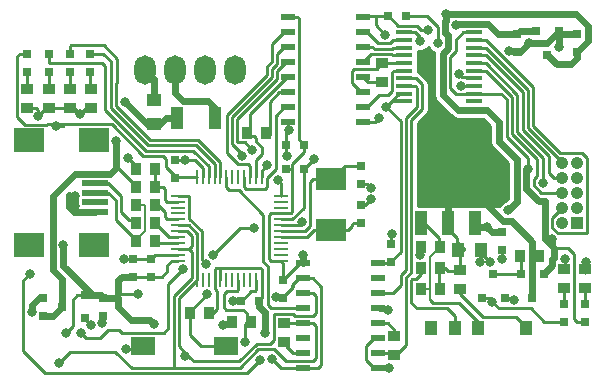
<source format=gtl>
G04 #@! TF.FileFunction,Copper,L1,Top,Signal*
%FSLAX46Y46*%
G04 Gerber Fmt 4.6, Leading zero omitted, Abs format (unit mm)*
G04 Created by KiCad (PCBNEW 4.0.0-rc2-stable) date 17/02/2016 11:34:00*
%MOMM*%
G01*
G04 APERTURE LIST*
%ADD10C,0.100000*%
%ADD11R,1.050000X1.050000*%
%ADD12C,1.050000*%
%ADD13R,0.750000X0.800000*%
%ADD14R,0.800000X0.750000*%
%ADD15O,1.800000X2.500000*%
%ADD16R,1.000760X1.899920*%
%ADD17R,1.000000X0.950000*%
%ADD18R,0.950000X1.000000*%
%ADD19R,0.797560X0.797560*%
%ADD20R,2.301240X0.500380*%
%ADD21R,2.499360X1.998980*%
%ADD22R,1.250000X1.000000*%
%ADD23R,1.000000X1.250000*%
%ADD24R,1.300000X0.250000*%
%ADD25R,0.250000X1.300000*%
%ADD26R,1.143000X0.508000*%
%ADD27R,0.800100X0.800100*%
%ADD28R,1.450000X0.450000*%
%ADD29R,3.657600X2.032000*%
%ADD30R,1.016000X2.032000*%
%ADD31R,1.000000X1.200000*%
%ADD32R,2.000000X1.600000*%
%ADD33R,2.600000X1.900000*%
%ADD34C,0.800000*%
%ADD35C,0.250000*%
%ADD36C,0.609600*%
%ADD37C,0.203200*%
%ADD38C,0.254000*%
G04 APERTURE END LIST*
D10*
D11*
X72660000Y81762000D03*
D12*
X72660000Y83032000D03*
X72660000Y84302000D03*
X72660000Y85572000D03*
X72660000Y86842000D03*
X71390000Y83032000D03*
X71390000Y84302000D03*
X71390000Y85572000D03*
X71390000Y86842000D03*
X71390000Y81762000D03*
D13*
X56912000Y78472000D03*
X56912000Y79972000D03*
D14*
X48034000Y86334000D03*
X49534000Y86334000D03*
D15*
X36084000Y94716000D03*
X38624000Y94716000D03*
X41164000Y94716000D03*
X43704000Y94716000D03*
D16*
X42002200Y90652000D03*
X38801800Y90652000D03*
D17*
X56150000Y93662000D03*
X56150000Y95262000D03*
D18*
X39868000Y74142000D03*
X41468000Y74142000D03*
D19*
X71517000Y73392700D03*
X71517000Y74891300D03*
D20*
X31849320Y85902200D03*
X31849320Y85102100D03*
X31849320Y84302000D03*
X31849320Y83501900D03*
X31849320Y82701800D03*
D21*
X31750260Y88752080D03*
X26251160Y88752080D03*
X31750260Y79851920D03*
X26251160Y79851920D03*
D13*
X54372000Y81774000D03*
X54372000Y83274000D03*
X35068000Y77202000D03*
X35068000Y78702000D03*
X54372000Y86576000D03*
X54372000Y85076000D03*
D14*
X45712000Y75158000D03*
X44212000Y75158000D03*
D13*
X36592000Y77202000D03*
X36592000Y78702000D03*
X27448000Y73900000D03*
X27448000Y75400000D03*
X38624000Y85584000D03*
X38624000Y87084000D03*
X32528000Y75400000D03*
X32528000Y73900000D03*
X47768000Y76924000D03*
X47768000Y75424000D03*
X72660000Y96252000D03*
X72660000Y97752000D03*
D14*
X56658000Y99288000D03*
X58158000Y99288000D03*
D13*
X67580000Y97752000D03*
X67580000Y96252000D03*
X66310000Y80988000D03*
X66310000Y79488000D03*
D22*
X36846000Y90160000D03*
X36846000Y92160000D03*
D23*
X62516000Y79476000D03*
X64516000Y79476000D03*
D14*
X49534000Y88366000D03*
X48034000Y88366000D03*
D19*
X29702000Y96049300D03*
X29702000Y94550700D03*
X31384000Y96049300D03*
X31384000Y94550700D03*
X27892000Y96049300D03*
X27892000Y94550700D03*
X26082000Y96049300D03*
X26082000Y94550700D03*
X73295000Y73392700D03*
X73295000Y74891300D03*
D24*
X47546000Y78550000D03*
X47546000Y79050000D03*
X47546000Y79550000D03*
X47546000Y80050000D03*
X47546000Y80550000D03*
X47546000Y81050000D03*
X47546000Y81550000D03*
X47546000Y82050000D03*
X47546000Y82550000D03*
X47546000Y83050000D03*
X47546000Y83550000D03*
X47546000Y84050000D03*
D25*
X45946000Y85650000D03*
X45446000Y85650000D03*
X44946000Y85650000D03*
X44446000Y85650000D03*
X43946000Y85650000D03*
X43446000Y85650000D03*
X42946000Y85650000D03*
X42446000Y85650000D03*
X41946000Y85650000D03*
X41446000Y85650000D03*
X40946000Y85650000D03*
X40446000Y85650000D03*
D24*
X38846000Y84050000D03*
X38846000Y83550000D03*
X38846000Y83050000D03*
X38846000Y82550000D03*
X38846000Y82050000D03*
X38846000Y81550000D03*
X38846000Y81050000D03*
X38846000Y80550000D03*
X38846000Y80050000D03*
X38846000Y79550000D03*
X38846000Y79050000D03*
X38846000Y78550000D03*
D25*
X40446000Y76950000D03*
X40946000Y76950000D03*
X41446000Y76950000D03*
X41946000Y76950000D03*
X42446000Y76950000D03*
X42946000Y76950000D03*
X43446000Y76950000D03*
X43946000Y76950000D03*
X44446000Y76950000D03*
X44946000Y76950000D03*
X45446000Y76950000D03*
X45946000Y76950000D03*
D26*
X55769000Y78333000D03*
X55769000Y75793000D03*
X55769000Y74523000D03*
X55769000Y73253000D03*
X55769000Y71983000D03*
X55769000Y70713000D03*
X55769000Y69443000D03*
X49419000Y69443000D03*
X49419000Y70713000D03*
X49419000Y71983000D03*
X49419000Y73253000D03*
X49419000Y74523000D03*
X49419000Y75793000D03*
X49419000Y77063000D03*
X49419000Y78333000D03*
X55769000Y77063000D03*
X54499000Y99161000D03*
X54499000Y96621000D03*
X54499000Y95351000D03*
X54499000Y94081000D03*
X54499000Y92811000D03*
X54499000Y91541000D03*
X54499000Y90271000D03*
X48149000Y90271000D03*
X48149000Y91541000D03*
X48149000Y92811000D03*
X48149000Y94081000D03*
X48149000Y95351000D03*
X48149000Y96621000D03*
X48149000Y97891000D03*
X48149000Y99161000D03*
X54499000Y97891000D03*
D27*
X30988760Y73700000D03*
X30988760Y75600000D03*
X28989780Y74650000D03*
X71070000Y98002760D03*
X69170000Y98002760D03*
X70120000Y96003780D03*
X64598000Y75427240D03*
X66498000Y75427240D03*
X65548000Y77426220D03*
X69800000Y77428760D03*
X67900000Y77428760D03*
X68850000Y75429780D03*
D28*
X63926000Y92045000D03*
X63926000Y92695000D03*
X63926000Y93345000D03*
X63926000Y93995000D03*
X63926000Y94645000D03*
X63926000Y95295000D03*
X63926000Y95945000D03*
X63926000Y96595000D03*
X63926000Y97245000D03*
X63926000Y97895000D03*
X58026000Y97895000D03*
X58026000Y97245000D03*
X58026000Y96595000D03*
X58026000Y95945000D03*
X58026000Y95295000D03*
X58026000Y94645000D03*
X58026000Y93995000D03*
X58026000Y93345000D03*
X58026000Y92695000D03*
X58026000Y92045000D03*
D29*
X61738000Y88366000D03*
D30*
X61738000Y81762000D03*
X64024000Y81762000D03*
X59452000Y81762000D03*
D31*
X60278000Y72840000D03*
X62278000Y72840000D03*
X64278000Y72840000D03*
X68278000Y72840000D03*
D32*
X35886000Y71300000D03*
X42886000Y71300000D03*
D18*
X36884000Y83286000D03*
X35284000Y83286000D03*
X36884000Y81762000D03*
X35284000Y81762000D03*
X35284000Y80238000D03*
X36884000Y80238000D03*
X35284000Y84810000D03*
X36884000Y84810000D03*
X36884000Y86334000D03*
X35284000Y86334000D03*
D17*
X73295000Y76204000D03*
X73295000Y77804000D03*
X29702000Y93100000D03*
X29702000Y91500000D03*
X31512000Y93100000D03*
X31512000Y91500000D03*
X27892000Y93100000D03*
X27892000Y91500000D03*
X26082000Y93100000D03*
X26082000Y91500000D03*
D18*
X44682000Y89382000D03*
X46282000Y89382000D03*
X61014000Y76174000D03*
X59414000Y76174000D03*
X43412000Y73380000D03*
X45012000Y73380000D03*
X61014000Y77952000D03*
X59414000Y77952000D03*
X61026000Y79730000D03*
X59426000Y79730000D03*
D17*
X62754000Y77736000D03*
X62754000Y76136000D03*
D18*
X69396000Y78968000D03*
X67796000Y78968000D03*
D17*
X71517000Y76204000D03*
X71517000Y77804000D03*
X47822000Y73270000D03*
X47822000Y71670000D03*
X57166000Y72148000D03*
X57166000Y70548000D03*
D33*
X51832000Y81136000D03*
X51832000Y85436000D03*
D34*
X30098698Y84054000D03*
X30106407Y83155840D03*
X48076000Y87418000D03*
X50362000Y87164000D03*
X55183243Y83806730D03*
X55168027Y84719670D03*
X26994000Y90801591D03*
X30550000Y90974000D03*
X39468000Y87058479D03*
X34584674Y87270031D03*
X47162021Y75467514D03*
X46803184Y70192748D03*
X34411505Y71094551D03*
X26472984Y74234947D03*
X43468021Y75121020D03*
X42688000Y73126000D03*
X32436185Y73237804D03*
X48276000Y89636000D03*
X31512000Y73126000D03*
X34306000Y78714000D03*
X46220207Y72464626D03*
X35468928Y75750518D03*
X36838058Y73150025D03*
X28518000Y89958000D03*
X49402738Y79058924D03*
X29140507Y79856589D03*
X29389843Y72454721D03*
X34399566Y91985878D03*
X33599952Y88680378D03*
X66803838Y82797621D03*
X61516834Y99437399D03*
X65040000Y81424264D03*
X56966000Y80814000D03*
X59379000Y97133500D03*
X59358004Y79052012D03*
X71594370Y78661613D03*
X56753956Y69467505D03*
X71111292Y96678953D03*
X66874666Y96296666D03*
X67326000Y75258019D03*
X64453076Y78456960D03*
X60835682Y96958675D03*
X68596000Y97002000D03*
X73422000Y78460000D03*
X55896000Y90652000D03*
X66310000Y78714000D03*
X65294000Y78460000D03*
X56412269Y97687024D03*
X56502665Y91573158D03*
X60003521Y98061771D03*
X62398621Y98505415D03*
X70511720Y80360205D03*
X68494629Y86324522D03*
X44282069Y87420798D03*
X47300988Y85351250D03*
X46400989Y86632815D03*
X45133697Y87944967D03*
X41326730Y75699998D03*
X41218000Y78274000D03*
X45803042Y70145900D03*
X44488356Y71650335D03*
X26307070Y77448888D03*
X56658000Y74396000D03*
X65463463Y75088997D03*
X69739335Y85163592D03*
X62777457Y93345000D03*
X62607690Y94330574D03*
X45264980Y81305123D03*
X30634068Y72431089D03*
X41851723Y79047575D03*
X39260910Y77824984D03*
X49311571Y81793827D03*
X39468845Y70451947D03*
X28751561Y69855020D03*
X61930629Y89704000D03*
X60014000Y87164000D03*
X61030000Y87164000D03*
X62046000Y87164000D03*
X63062000Y87164000D03*
X64078000Y87418000D03*
X64078000Y88434000D03*
X59960000Y89704000D03*
X60976000Y89704000D03*
D35*
X53282150Y81152400D02*
X51848400Y81152400D01*
X51848400Y81152400D02*
X51832000Y81136000D01*
X47546000Y80550000D02*
X49779450Y80550000D01*
X49779450Y80550000D02*
X50381850Y81152400D01*
X50381850Y81152400D02*
X53282150Y81152400D01*
X53282150Y81152400D02*
X53610000Y81480250D01*
X53610000Y81480250D02*
X53610000Y81637000D01*
X53610000Y81637000D02*
X53747000Y81774000D01*
X53747000Y81774000D02*
X54372000Y81774000D01*
D36*
X29655000Y84066700D02*
X29667700Y84054000D01*
X29667700Y84054000D02*
X30098698Y84054000D01*
X29655000Y83110745D02*
X29655000Y84066700D01*
X30063945Y82701800D02*
X29655000Y83110745D01*
X30339968Y82701800D02*
X30063945Y82701800D01*
X30098698Y84054000D02*
X30098698Y83163549D01*
X30098698Y83163549D02*
X30106407Y83155840D01*
X31849320Y82701800D02*
X30339968Y82701800D01*
X30339968Y82701800D02*
X30106407Y82935361D01*
X30106407Y82935361D02*
X30106407Y83155840D01*
D35*
X50240500Y77063000D02*
X50973809Y76329691D01*
X49419000Y77063000D02*
X50240500Y77063000D01*
X50973809Y76329691D02*
X50973809Y69741809D01*
X50973809Y69741809D02*
X50675000Y69443000D01*
X50675000Y69443000D02*
X49419000Y69443000D01*
X54372000Y83274000D02*
X54650513Y83274000D01*
X54650513Y83274000D02*
X55183243Y83806730D01*
X54372000Y85076000D02*
X54811697Y85076000D01*
X54811697Y85076000D02*
X55168027Y84719670D01*
X47546000Y82050000D02*
X48542412Y82050000D01*
X48542412Y82050000D02*
X49534000Y83041588D01*
X49534000Y83041588D02*
X49534000Y86334000D01*
X48034000Y88366000D02*
X48034000Y87460000D01*
X48034000Y87460000D02*
X48076000Y87418000D01*
X49534000Y86334000D02*
X49534000Y86336000D01*
X49534000Y86336000D02*
X50362000Y87164000D01*
X48034000Y88366000D02*
X48034000Y89394000D01*
X48034000Y89394000D02*
X48276000Y89636000D01*
X26994000Y91338000D02*
X26994000Y90801591D01*
X26082000Y91500000D02*
X26832000Y91500000D01*
X26832000Y91500000D02*
X26994000Y91338000D01*
X27892000Y91500000D02*
X27692409Y91500000D01*
X27692409Y91500000D02*
X26994000Y90801591D01*
X29702000Y91500000D02*
X30024000Y91500000D01*
X30024000Y91500000D02*
X30550000Y90974000D01*
X27892000Y91500000D02*
X29702000Y91500000D01*
X31512000Y91500000D02*
X31076000Y91500000D01*
X31076000Y91500000D02*
X30550000Y90974000D01*
X39468000Y87058479D02*
X38649521Y87058479D01*
X38649521Y87058479D02*
X38624000Y87084000D01*
X35284000Y86334000D02*
X35284000Y86570705D01*
X35284000Y86570705D02*
X34584674Y87270031D01*
D36*
X36846000Y92160000D02*
X36846000Y93954000D01*
X36846000Y93954000D02*
X36084000Y94716000D01*
D35*
X40289310Y87058479D02*
X39468000Y87058479D01*
X40946000Y86401789D02*
X40289310Y87058479D01*
X40946000Y85650000D02*
X40946000Y86401789D01*
X48597500Y76559000D02*
X48597500Y76278500D01*
X47786514Y75467514D02*
X47162021Y75467514D01*
X49101500Y77063000D02*
X48597500Y76559000D01*
X48597500Y76278500D02*
X47786514Y75467514D01*
X49419000Y69443000D02*
X47552932Y69443000D01*
X47552932Y69443000D02*
X46803184Y70192748D01*
X34977190Y71094551D02*
X34411505Y71094551D01*
X35924000Y71300000D02*
X35718551Y71094551D01*
X35718551Y71094551D02*
X34977190Y71094551D01*
D36*
X26472984Y74800632D02*
X26472984Y74234947D01*
X27072352Y75400000D02*
X26472984Y74800632D01*
X27448000Y75400000D02*
X27072352Y75400000D01*
D35*
X44212000Y75158000D02*
X44237000Y75158000D01*
X44237000Y75158000D02*
X45053999Y75974999D01*
X45370999Y75974999D02*
X45446000Y76050000D01*
X45446000Y76050000D02*
X45446000Y76950000D01*
X45053999Y75974999D02*
X45370999Y75974999D01*
X44212000Y75158000D02*
X43505001Y75158000D01*
X43505001Y75158000D02*
X43468021Y75121020D01*
X43208000Y73380000D02*
X42942000Y73380000D01*
X42942000Y73380000D02*
X42688000Y73126000D01*
X49419000Y77063000D02*
X49101500Y77063000D01*
X48522499Y76203499D02*
X47768000Y75449000D01*
X49101500Y77063000D02*
X48522499Y76483999D01*
X48522499Y76483999D02*
X48522499Y76203499D01*
X47768000Y75449000D02*
X47768000Y75424000D01*
X32515804Y73237804D02*
X32436185Y73237804D01*
X32528000Y73900000D02*
X32528000Y73250000D01*
X32528000Y73250000D02*
X32515804Y73237804D01*
X48466500Y90271000D02*
X48149000Y90271000D01*
X48149000Y90271000D02*
X48149000Y89763000D01*
X48149000Y89763000D02*
X48276000Y89636000D01*
X30988760Y73700000D02*
X30988760Y73649240D01*
X30988760Y73649240D02*
X31512000Y73126000D01*
X35068000Y78702000D02*
X34318000Y78702000D01*
X34318000Y78702000D02*
X34306000Y78714000D01*
X36592000Y78702000D02*
X35068000Y78702000D01*
X38846000Y79050000D02*
X36940000Y79050000D01*
X36940000Y79050000D02*
X36592000Y78702000D01*
D36*
X33650335Y75537735D02*
X33806531Y75381539D01*
X33806531Y75381539D02*
X33806531Y74597999D01*
X33806531Y74597999D02*
X34854506Y73550024D01*
X34854506Y73550024D02*
X36438059Y73550024D01*
X36438059Y73550024D02*
X36838058Y73150025D01*
D35*
X41468000Y74142000D02*
X41831338Y74142000D01*
X41831338Y74142000D02*
X42157987Y74468649D01*
X42157987Y74468649D02*
X42157987Y75942013D01*
X42157987Y75942013D02*
X41946000Y76154000D01*
X41946000Y76154000D02*
X41946000Y76950000D01*
X48521001Y82664999D02*
X48521001Y86383536D01*
X48521001Y86383536D02*
X48521001Y86728001D01*
X48034000Y86334000D02*
X48471465Y86334000D01*
X48471465Y86334000D02*
X48521001Y86383536D01*
X47546000Y82550000D02*
X48406002Y82550000D01*
X48406002Y82550000D02*
X48521001Y82664999D01*
X48521001Y86728001D02*
X49534000Y87741000D01*
X49534000Y87741000D02*
X49534000Y88366000D01*
X48149000Y99161000D02*
X48970500Y99161000D01*
X48970500Y99161000D02*
X49092000Y99039500D01*
X49092000Y99039500D02*
X49092000Y88808000D01*
X49092000Y88808000D02*
X49534000Y88366000D01*
X27762356Y90078086D02*
X30573240Y90078086D01*
X27760841Y90076571D02*
X27762356Y90078086D01*
X25222556Y90713444D02*
X25859429Y90076571D01*
X25433220Y96049300D02*
X25222556Y95838636D01*
X25859429Y90076571D02*
X27760841Y90076571D01*
X26082000Y96049300D02*
X25433220Y96049300D01*
X25222556Y95838636D02*
X25222556Y90713444D01*
X38697998Y85650000D02*
X37840321Y86507677D01*
X37840321Y86507677D02*
X37840321Y87178850D01*
X33254606Y90078086D02*
X30573240Y90078086D01*
X40446000Y85650000D02*
X38697998Y85650000D01*
X37600680Y87418491D02*
X35914201Y87418491D01*
X37840321Y87178850D02*
X37600680Y87418491D01*
X35914201Y87418491D02*
X33254606Y90078086D01*
D36*
X46181102Y72503731D02*
X46220207Y72464626D01*
X45724000Y74643951D02*
X46181102Y74186849D01*
X45724000Y75158000D02*
X45724000Y74643951D01*
X46181102Y74186849D02*
X46181102Y72503731D01*
D35*
X33863118Y75750518D02*
X35468928Y75750518D01*
X33798000Y75685400D02*
X33863118Y75750518D01*
X29171411Y90078086D02*
X29171411Y90045726D01*
X29171411Y90045726D02*
X29083685Y89958000D01*
X29083685Y89958000D02*
X28518000Y89958000D01*
X30573240Y90078086D02*
X29171411Y90078086D01*
D36*
X49402738Y78493239D02*
X49402738Y79058924D01*
X49402738Y78349262D02*
X49402738Y78493239D01*
X49419000Y78333000D02*
X49402738Y78349262D01*
D35*
X42410619Y77952000D02*
X45804003Y77952000D01*
X45804003Y77952000D02*
X45946000Y77810003D01*
X45946000Y77810003D02*
X45946000Y76950000D01*
D36*
X29140507Y78113509D02*
X29140507Y79856589D01*
X31654016Y75600000D02*
X29140507Y78113509D01*
D35*
X29936385Y73001263D02*
X29389843Y72454721D01*
X30338710Y75600000D02*
X29936385Y75197675D01*
X29936385Y75197675D02*
X29936385Y73001263D01*
X30988760Y75600000D02*
X30338710Y75600000D01*
D36*
X33512600Y75400000D02*
X33650335Y75537735D01*
X33650335Y75537735D02*
X33798000Y75685400D01*
D35*
X47546000Y82550000D02*
X46685998Y82550000D01*
X46685998Y82550000D02*
X46520359Y82384361D01*
X46520359Y82384361D02*
X46520359Y78715639D01*
X46520359Y78715639D02*
X46685998Y78550000D01*
X46685998Y78550000D02*
X47546000Y78550000D01*
X42048000Y77952000D02*
X42410619Y77952000D01*
X42446000Y76950000D02*
X42446000Y77916619D01*
X42446000Y77916619D02*
X42410619Y77952000D01*
X41946000Y76950000D02*
X41946000Y77850000D01*
X41946000Y77850000D02*
X42048000Y77952000D01*
D36*
X31654016Y75600000D02*
X32328000Y75600000D01*
X30988760Y75600000D02*
X31654016Y75600000D01*
X32528000Y75400000D02*
X33512600Y75400000D01*
X34083400Y77202000D02*
X35068000Y77202000D01*
X32328000Y75600000D02*
X32528000Y75400000D01*
D35*
X36592000Y77202000D02*
X37498000Y77202000D01*
X37498000Y77202000D02*
X37946000Y77650000D01*
X37946000Y77650000D02*
X37946000Y78175000D01*
X37946000Y78175000D02*
X38321000Y78550000D01*
X38321000Y78550000D02*
X38846000Y78550000D01*
X35068000Y77202000D02*
X36592000Y77202000D01*
X45946000Y76950000D02*
X45946000Y75380000D01*
X45946000Y75380000D02*
X45724000Y75158000D01*
X47768000Y76924000D02*
X47768000Y78328000D01*
X47768000Y78328000D02*
X47546000Y78550000D01*
X49419000Y78333000D02*
X49177000Y78333000D01*
X49177000Y78333000D02*
X47768000Y76924000D01*
D36*
X33798000Y75685400D02*
X33798000Y76916600D01*
X33798000Y76916600D02*
X34083400Y77202000D01*
D35*
X51832000Y85436000D02*
X50282000Y85436000D01*
X50282000Y85436000D02*
X50036572Y85190572D01*
X50036572Y85190572D02*
X50036572Y81445826D01*
X50036572Y81445826D02*
X49640746Y81050000D01*
X49640746Y81050000D02*
X47546000Y81050000D01*
X54372000Y86576000D02*
X52972000Y86576000D01*
X52972000Y86576000D02*
X51832000Y85436000D01*
X37835139Y90666094D02*
X37849233Y90652000D01*
X37849233Y90652000D02*
X38801800Y90652000D01*
D36*
X36846000Y90160000D02*
X37329045Y90160000D01*
X37329045Y90160000D02*
X37835139Y90666094D01*
X37835139Y90666094D02*
X38421293Y90666094D01*
D35*
X35284000Y84810000D02*
X35284000Y84835000D01*
X33749586Y86369414D02*
X33599952Y86369414D01*
X35284000Y84835000D02*
X33749586Y86369414D01*
D36*
X33599952Y88680378D02*
X33599952Y86369414D01*
X33599952Y86369414D02*
X33132738Y85902200D01*
X33132738Y85902200D02*
X31849320Y85902200D01*
X36846000Y90160000D02*
X36225444Y90160000D01*
X36225444Y90160000D02*
X34399566Y91985878D01*
X31849320Y85902200D02*
X30089100Y85902200D01*
X28235706Y84048806D02*
X28235706Y77731067D01*
X30089100Y85902200D02*
X28235706Y84048806D01*
X28235706Y77731067D02*
X28989780Y76976993D01*
X28989780Y76976993D02*
X28989780Y74650000D01*
X27448000Y73900000D02*
X28239780Y73900000D01*
X28239780Y73900000D02*
X28989780Y74650000D01*
X61516834Y99437399D02*
X61516834Y98871714D01*
X61493801Y98848681D02*
X61493801Y97862216D01*
X66037346Y88636395D02*
X67512065Y87161676D01*
X61516834Y98871714D02*
X61493801Y98848681D01*
X67512065Y87161676D02*
X67512065Y83505848D01*
X61493801Y97862216D02*
X61740483Y97615534D01*
X61740483Y97615534D02*
X61740483Y96560833D01*
X61740483Y96560833D02*
X61252877Y96073227D01*
X61252877Y96073227D02*
X61252877Y92615810D01*
X61252877Y92615810D02*
X62553488Y91315199D01*
X62553488Y91315199D02*
X65009000Y91315199D01*
X66037346Y90286853D02*
X66037346Y88636395D01*
X65009000Y91315199D02*
X66037346Y90286853D01*
X67512065Y83505848D02*
X66803838Y82797621D01*
X61516834Y99437399D02*
X61857038Y99437399D01*
X61857038Y99437399D02*
X61860025Y99434412D01*
X72660000Y96252000D02*
X73539801Y97131801D01*
X73539801Y98408199D02*
X72513588Y99434412D01*
X73539801Y97131801D02*
X73539801Y98408199D01*
X72513588Y99434412D02*
X61860025Y99434412D01*
X65040000Y81424264D02*
X64361736Y81424264D01*
X64361736Y81424264D02*
X64024000Y81762000D01*
X66310000Y80988000D02*
X65476264Y80988000D01*
X65476264Y80988000D02*
X65040000Y81424264D01*
X72660000Y96252000D02*
X72660000Y95732000D01*
X72660000Y95732000D02*
X72152000Y95224000D01*
X72152000Y95224000D02*
X70899780Y95224000D01*
X70899780Y95224000D02*
X70120000Y96003780D01*
D35*
X56912000Y79972000D02*
X56912000Y80760000D01*
X56912000Y80760000D02*
X56966000Y80814000D01*
X59351012Y97496135D02*
X59351012Y97161488D01*
X59351012Y97161488D02*
X59379000Y97133500D01*
X59635105Y79639068D02*
X59599350Y79603313D01*
X59599350Y79603313D02*
X59599350Y79293358D01*
X59599350Y79293358D02*
X59358004Y79052012D01*
X71594370Y77909794D02*
X71594370Y78095928D01*
X71594370Y78095928D02*
X71594370Y78661613D01*
X71280621Y77596045D02*
X71594370Y77909794D01*
X56729451Y69443000D02*
X56753956Y69467505D01*
X55769000Y69443000D02*
X56729451Y69443000D01*
D36*
X71070000Y96720245D02*
X71111292Y96678953D01*
X71070000Y98002760D02*
X71070000Y96720245D01*
X67535334Y96296666D02*
X67440351Y96296666D01*
X67580000Y96252000D02*
X67535334Y96296666D01*
X67440351Y96296666D02*
X66874666Y96296666D01*
D35*
X66498000Y75427240D02*
X67156779Y75427240D01*
X67156779Y75427240D02*
X67326000Y75258019D01*
X64516000Y78519884D02*
X64453076Y78456960D01*
X64516000Y79476000D02*
X64516000Y78519884D01*
X58952147Y97895000D02*
X59351012Y97496135D01*
X60835682Y97524360D02*
X60835682Y96958675D01*
X58158000Y99288000D02*
X59898676Y99288000D01*
X59898676Y99288000D02*
X60863990Y98322686D01*
X60863990Y97552668D02*
X60835682Y97524360D01*
X60863990Y98322686D02*
X60863990Y97552668D01*
X58026000Y97895000D02*
X58952147Y97895000D01*
X55769000Y69443000D02*
X55451500Y69443000D01*
X54787158Y70107342D02*
X54787158Y71318658D01*
X55451500Y69443000D02*
X54787158Y70107342D01*
X54787158Y71318658D02*
X55451500Y71983000D01*
X55451500Y71983000D02*
X55769000Y71983000D01*
D36*
X68596000Y97002000D02*
X70069240Y97002000D01*
X70069240Y97002000D02*
X71070000Y98002760D01*
X67580000Y96252000D02*
X67846000Y96252000D01*
X67846000Y96252000D02*
X68596000Y97002000D01*
D35*
X73319846Y77486874D02*
X73319846Y78357846D01*
X73319846Y78357846D02*
X73422000Y78460000D01*
D36*
X72660000Y97752000D02*
X71320760Y97752000D01*
X71320760Y97752000D02*
X71070000Y98002760D01*
D35*
X54499000Y90271000D02*
X55515000Y90271000D01*
X55515000Y90271000D02*
X55896000Y90652000D01*
X64516000Y79476000D02*
X64516000Y79238000D01*
X64516000Y79238000D02*
X65294000Y78460000D01*
X66310000Y79488000D02*
X66310000Y78714000D01*
X55769000Y78333000D02*
X56773000Y78333000D01*
X56773000Y78333000D02*
X56912000Y78472000D01*
X56502665Y91573158D02*
X57715072Y90360751D01*
X57715072Y90360751D02*
X57715072Y79300072D01*
X57715072Y79300072D02*
X56912000Y78497000D01*
X56912000Y78497000D02*
X56912000Y78472000D01*
X55584400Y98514893D02*
X56412269Y97687024D01*
X55584400Y99288000D02*
X55584400Y98514893D01*
X56502665Y91671665D02*
X56502665Y91573158D01*
X58026000Y92045000D02*
X56974507Y92045000D01*
X56974507Y92045000D02*
X56502665Y91573158D01*
X57526000Y92695000D02*
X56502665Y91671665D01*
X58026000Y92695000D02*
X57526000Y92695000D01*
X59437836Y98061771D02*
X60003521Y98061771D01*
X59047513Y98452094D02*
X59437836Y98061771D01*
X57518906Y98452094D02*
X59047513Y98452094D01*
D36*
X65927642Y97752000D02*
X65054841Y98624801D01*
D35*
X56658000Y99288000D02*
X56683000Y99288000D01*
D36*
X67580000Y97752000D02*
X65927642Y97752000D01*
X62518007Y98624801D02*
X62398621Y98505415D01*
X65054841Y98624801D02*
X62518007Y98624801D01*
D35*
X56683000Y99288000D02*
X57518906Y98452094D01*
X56658000Y99288000D02*
X55584400Y99288000D01*
X55584400Y99288000D02*
X54626000Y99288000D01*
D36*
X69170000Y98002760D02*
X67830760Y98002760D01*
X67830760Y98002760D02*
X67580000Y97752000D01*
D35*
X54626000Y99288000D02*
X54499000Y99161000D01*
X40565441Y88768524D02*
X36473401Y88768524D01*
X33604048Y93549864D02*
X33676190Y93622006D01*
X42446000Y86887965D02*
X40565441Y88768524D01*
X33604048Y91637877D02*
X33604048Y93549864D01*
X36473401Y88768524D02*
X33604048Y91637877D01*
X42446000Y85650000D02*
X42446000Y86887965D01*
X33676190Y93622006D02*
X33676190Y95647672D01*
X33676190Y95647672D02*
X32550781Y96773081D01*
X32550781Y96773081D02*
X29777001Y96773081D01*
X29777001Y96773081D02*
X29702000Y96698080D01*
X29702000Y96698080D02*
X29702000Y96049300D01*
X29702000Y94550700D02*
X29702000Y93050000D01*
X32540780Y96049300D02*
X31384000Y96049300D01*
X33154037Y91451477D02*
X33154037Y95436043D01*
X41946000Y86751555D02*
X40379042Y88318513D01*
X33154037Y95436043D02*
X32540780Y96049300D01*
X40379042Y88318513D02*
X36287001Y88318513D01*
X36287001Y88318513D02*
X33154037Y91451477D01*
X41946000Y85650000D02*
X41946000Y86751555D01*
X31384000Y93574000D02*
X31384000Y93050000D01*
X31384000Y94550700D02*
X31384000Y93574000D01*
X32426481Y95325519D02*
X27967001Y95325519D01*
X27967001Y95325519D02*
X27892000Y95400520D01*
X36100601Y87868502D02*
X32704026Y91265077D01*
X40127498Y87868502D02*
X36100601Y87868502D01*
X41446000Y85650000D02*
X41446000Y86550000D01*
X41446000Y86550000D02*
X40127498Y87868502D01*
X32704026Y91265077D02*
X32704026Y95047974D01*
X27892000Y95400520D02*
X27892000Y96049300D01*
X32704026Y95047974D02*
X32426481Y95325519D01*
X27892000Y94550700D02*
X27892000Y93050000D01*
X26082000Y94550700D02*
X26082000Y93050000D01*
D36*
X70511720Y80360205D02*
X70511720Y79794520D01*
X70511720Y79794520D02*
X70681892Y79624348D01*
X70681892Y79624348D02*
X70687177Y79624348D01*
X69910189Y80401336D02*
X70327525Y79984000D01*
X70511720Y80168195D02*
X70327525Y79984000D01*
X70327525Y79984000D02*
X70687177Y79624348D01*
X70511720Y80360205D02*
X70511720Y80168195D01*
X69920000Y83608000D02*
X69920000Y82452685D01*
X69920000Y82452685D02*
X69910189Y82442874D01*
X69910189Y82442874D02*
X69910189Y80401336D01*
X69378910Y83608000D02*
X68332967Y84653943D01*
X69920000Y83608000D02*
X69378910Y83608000D01*
X68332967Y84653943D02*
X68332967Y86162860D01*
X68332967Y86162860D02*
X68494629Y86324522D01*
D35*
X71871652Y79624348D02*
X70687177Y79624348D01*
D36*
X70687177Y79624348D02*
X70687177Y78783801D01*
D35*
X73295000Y73392700D02*
X72646220Y73392700D01*
X72646220Y73392700D02*
X72414093Y73624827D01*
X72414093Y73624827D02*
X72414093Y79081907D01*
X72414093Y79081907D02*
X71871652Y79624348D01*
D36*
X70687177Y78783801D02*
X70613159Y78783801D01*
X70613159Y78783801D02*
X70512199Y78682841D01*
X70512199Y78682841D02*
X70512199Y78140959D01*
X70512199Y78140959D02*
X69800000Y77428760D01*
D35*
X68494629Y87234742D02*
X68494629Y86324522D01*
X63926000Y92695000D02*
X66227935Y92695000D01*
X66227935Y92695000D02*
X66678847Y92244088D01*
X66678847Y92244088D02*
X66678847Y89050524D01*
X66678847Y89050524D02*
X68494629Y87234742D01*
X63013687Y97895000D02*
X63926000Y97895000D01*
X62370294Y97251607D02*
X63013687Y97895000D01*
X62429455Y92619999D02*
X61882688Y93166766D01*
X63926000Y92695000D02*
X63850999Y92619999D01*
X63850999Y92619999D02*
X62429455Y92619999D01*
X61882688Y93166766D02*
X61882688Y95795241D01*
X62370294Y96282847D02*
X62370294Y97251607D01*
X61882688Y95795241D02*
X62370294Y96282847D01*
X69823682Y77405078D02*
X69800000Y77428760D01*
X73295000Y75986874D02*
X73295000Y74891300D01*
X71517000Y75986874D02*
X71517000Y74891300D01*
X47252499Y95231412D02*
X47252499Y96041999D01*
X47252499Y96041999D02*
X47831500Y96621000D01*
X46802488Y94781401D02*
X47252499Y95231412D01*
X46802488Y94083626D02*
X46802488Y94781401D01*
X43431991Y88421697D02*
X43431991Y90713129D01*
X43431991Y90713129D02*
X46802488Y94083626D01*
X44282069Y87571619D02*
X43431991Y88421697D01*
X47831500Y96621000D02*
X48149000Y96621000D01*
X44282069Y87571619D02*
X44282069Y87420798D01*
X47546000Y85106238D02*
X47300988Y85351250D01*
X47546000Y84050000D02*
X47546000Y85106238D01*
X46400989Y86629989D02*
X46400989Y86632815D01*
X45946000Y85650000D02*
X45946000Y86175000D01*
X45946000Y86175000D02*
X46400989Y86629989D01*
X43946999Y88556999D02*
X44521665Y88556999D01*
X44521665Y88556999D02*
X45133697Y87944967D01*
X43881999Y88621999D02*
X43946999Y88556999D01*
X43881999Y90526726D02*
X43881999Y88621999D01*
X48149000Y95351000D02*
X48008498Y95351000D01*
X47252499Y93897226D02*
X43881999Y90526726D01*
X47252499Y94595001D02*
X47252499Y93897226D01*
X48008498Y95351000D02*
X47252499Y94595001D01*
X45446000Y87114305D02*
X45446000Y85650000D01*
X45953446Y88150552D02*
X45953446Y87621751D01*
X45284010Y89128000D02*
X45481999Y88930011D01*
X44986000Y89128000D02*
X45284010Y89128000D01*
X45481999Y88930011D02*
X45481999Y88621999D01*
X44986000Y90994318D02*
X44986000Y89128000D01*
X48072682Y94081000D02*
X44986000Y90994318D01*
X48149000Y94081000D02*
X48072682Y94081000D01*
X45481999Y88621999D02*
X45953446Y88150552D01*
X45953446Y87621751D02*
X45446000Y87114305D01*
X42981980Y90911476D02*
X42981980Y90514804D01*
X48149000Y97891000D02*
X47831500Y97891000D01*
X42981980Y90514804D02*
X42981977Y90514801D01*
X46352477Y94281973D02*
X42981980Y90911476D01*
X46802488Y95417812D02*
X46352477Y94967801D01*
X42981980Y88249196D02*
X42981980Y87647885D01*
X47831500Y97891000D02*
X46802488Y96861988D01*
X46802488Y96861988D02*
X46802488Y95417812D01*
X46352477Y94967801D02*
X46352477Y94281973D01*
X42981977Y90514801D02*
X42981977Y88249199D01*
X42981977Y88249199D02*
X42981980Y88249196D01*
X42981980Y87647885D02*
X43934068Y86695797D01*
X43934068Y86695797D02*
X44800203Y86695797D01*
X44946000Y86550000D02*
X44946000Y85650000D01*
X44800203Y86695797D02*
X44946000Y86550000D01*
X48149000Y91541000D02*
X47831500Y91541000D01*
X47831500Y91541000D02*
X47125990Y90835490D01*
X46396011Y85549780D02*
X46396011Y84745219D01*
X47125990Y90835490D02*
X47125990Y86279759D01*
X47125990Y86279759D02*
X46396011Y85549780D01*
X46396011Y84745219D02*
X46236778Y84585986D01*
X46236778Y84585986D02*
X44610014Y84585986D01*
X44610014Y84585986D02*
X44446000Y84750000D01*
X44446000Y84750000D02*
X44446000Y85650000D01*
X46735637Y74523000D02*
X49419000Y74523000D01*
X46065445Y78444131D02*
X46437001Y78072575D01*
X46437001Y74821636D02*
X46735637Y74523000D01*
X46437001Y78072575D02*
X46437001Y74821636D01*
X46065445Y82448555D02*
X46065445Y78444131D01*
X43977755Y84536245D02*
X46065445Y82448555D01*
X43159755Y84536245D02*
X43977755Y84536245D01*
X42946000Y85650000D02*
X42946000Y84750000D01*
X42946000Y84750000D02*
X43159755Y84536245D01*
X41326730Y75699998D02*
X39868000Y74241268D01*
X39868000Y74241268D02*
X39868000Y72258000D01*
X39868000Y72258000D02*
X40826000Y71300000D01*
X40826000Y71300000D02*
X42886000Y71300000D01*
X42686000Y71300000D02*
X42886000Y71300000D01*
X39821001Y82107715D02*
X40896010Y81032706D01*
X38846000Y84050000D02*
X39746000Y84050000D01*
X39746000Y84050000D02*
X39821001Y83974999D01*
X39821001Y83974999D02*
X39821001Y82107715D01*
X40896010Y81032706D02*
X40896010Y78595990D01*
X40896010Y78595990D02*
X41218000Y78274000D01*
X38846000Y83550000D02*
X37946000Y83550000D01*
X37946000Y83550000D02*
X37792032Y83703968D01*
X37792032Y83703968D02*
X37792032Y84626968D01*
X37792032Y84626968D02*
X37609000Y84810000D01*
X37609000Y84810000D02*
X36884000Y84810000D01*
X36884000Y86334000D02*
X36884000Y84810000D01*
X38846000Y82050000D02*
X37946000Y82050000D01*
X37946000Y82050000D02*
X37772408Y82223592D01*
X37772408Y82223592D02*
X37772408Y82655592D01*
X37772408Y82655592D02*
X36834000Y83594000D01*
X38846000Y80550000D02*
X38100000Y80550000D01*
X38100000Y80550000D02*
X36834000Y81816000D01*
X36834000Y81816000D02*
X36834000Y82016000D01*
X38846000Y80050000D02*
X37022000Y80050000D01*
X37022000Y80050000D02*
X36834000Y80238000D01*
X44663381Y69006239D02*
X45803042Y70145900D01*
X25740842Y76882660D02*
X25740842Y70891158D01*
X26307070Y77448888D02*
X25740842Y76882660D01*
X27625761Y69006239D02*
X44663381Y69006239D01*
X25740842Y70891158D02*
X27625761Y69006239D01*
X44488356Y73160356D02*
X44488356Y71650335D01*
X44708000Y73380000D02*
X44488356Y73160356D01*
X44708000Y73380000D02*
X44708000Y74080000D01*
X42743001Y75721001D02*
X42996999Y75974999D01*
X43870999Y75974999D02*
X43946000Y76050000D01*
X44708000Y74080000D02*
X44392000Y74396000D01*
X44392000Y74396000D02*
X42942000Y74396000D01*
X43946000Y76050000D02*
X43946000Y76950000D01*
X42942000Y74396000D02*
X42743001Y74594999D01*
X42743001Y74594999D02*
X42743001Y75721001D01*
X42996999Y75974999D02*
X43870999Y75974999D01*
X44708000Y73380000D02*
X44708000Y73580000D01*
X55769000Y75793000D02*
X57046366Y75793000D01*
X57046366Y75793000D02*
X57713977Y76460611D01*
X59076001Y91559999D02*
X59076001Y93180001D01*
X57713977Y76460611D02*
X57713977Y77306801D01*
X58163988Y77756812D02*
X58163988Y78898401D01*
X57713977Y77306801D02*
X58163988Y77756812D01*
X58163988Y78898401D02*
X58168988Y78903401D01*
X58168988Y78903401D02*
X58168988Y90652987D01*
X58168988Y90652987D02*
X59076001Y91559999D01*
X59076001Y93180001D02*
X59035742Y93220260D01*
X59035742Y93220260D02*
X59035742Y93310258D01*
X59035742Y93310258D02*
X59001000Y93345000D01*
X59001000Y93345000D02*
X58026000Y93345000D01*
X55769000Y70713000D02*
X57481000Y70713000D01*
X57481000Y70713000D02*
X58163988Y71395988D01*
X58163988Y71395988D02*
X58163988Y77120401D01*
X58163988Y77120401D02*
X58613999Y77570412D01*
X58618999Y78717001D02*
X58618999Y90466587D01*
X58613999Y77570412D02*
X58613999Y78712001D01*
X58613999Y78712001D02*
X58618999Y78717001D01*
X59001000Y93995000D02*
X58026000Y93995000D01*
X58618999Y90466587D02*
X59528230Y91375818D01*
X59528230Y91375818D02*
X59528230Y93467770D01*
X59528230Y93467770D02*
X59001000Y93995000D01*
X57051000Y96595000D02*
X58026000Y96595000D01*
X56968012Y96512012D02*
X57051000Y96595000D01*
X55320500Y96621000D02*
X55429488Y96512012D01*
X54499000Y96621000D02*
X55320500Y96621000D01*
X55429488Y96512012D02*
X56968012Y96512012D01*
X55210001Y96062001D02*
X54499000Y95351000D01*
X56910001Y96062001D02*
X55210001Y96062001D01*
X57027002Y95945000D02*
X56910001Y96062001D01*
X58026000Y95945000D02*
X57027002Y95945000D01*
X54499000Y94081000D02*
X54918000Y93662000D01*
X54918000Y93662000D02*
X56150000Y93662000D01*
X54538274Y92771726D02*
X54499000Y92811000D01*
X54499000Y92811000D02*
X54367000Y92811000D01*
X53602499Y93575501D02*
X53602499Y94595001D01*
X53602499Y94595001D02*
X53779497Y94771999D01*
X54367000Y92811000D02*
X53602499Y93575501D01*
X53779497Y94771999D02*
X55659999Y94771999D01*
X55659999Y94771999D02*
X56150000Y95262000D01*
X57051000Y95295000D02*
X57018000Y95262000D01*
X57018000Y95262000D02*
X56150000Y95262000D01*
X58026000Y95295000D02*
X57051000Y95295000D01*
X54499000Y91541000D02*
X54816500Y91541000D01*
X54816500Y91541000D02*
X55320500Y92045000D01*
X55853292Y92586168D02*
X56617228Y92586168D01*
X55320500Y92045000D02*
X55320500Y92053376D01*
X55320500Y92053376D02*
X55853292Y92586168D01*
X56617228Y92586168D02*
X56975001Y92943941D01*
X56975999Y93419003D02*
X56975999Y94493591D01*
X56975001Y92943941D02*
X56975001Y93418005D01*
X56975001Y93418005D02*
X56975999Y93419003D01*
X56975999Y94493591D02*
X57127408Y94645000D01*
X57127408Y94645000D02*
X58026000Y94645000D01*
X46636022Y92007929D02*
X46636022Y89201990D01*
X48149000Y92811000D02*
X47439093Y92811000D01*
X47439093Y92811000D02*
X46636022Y92007929D01*
X46636022Y89201990D02*
X46560547Y89126515D01*
X46560547Y89126515D02*
X46559062Y89128000D01*
X46559062Y89128000D02*
X46486000Y89128000D01*
X68713001Y74532999D02*
X69853300Y73392700D01*
X69853300Y73392700D02*
X71517000Y73392700D01*
X65463463Y75088997D02*
X66019461Y74532999D01*
X66019461Y74532999D02*
X68713001Y74532999D01*
X56658000Y74396000D02*
X55896000Y74396000D01*
X55896000Y74396000D02*
X55769000Y74523000D01*
X65463463Y75211827D02*
X65463463Y75088997D01*
X65248050Y75427240D02*
X65463463Y75211827D01*
X64598000Y75427240D02*
X65248050Y75427240D01*
D36*
X41616200Y91800000D02*
X42002200Y91414000D01*
D35*
X41390200Y92026000D02*
X41616200Y91800000D01*
X42002200Y90652000D02*
X42002200Y91414000D01*
D36*
X38624000Y94716000D02*
X38624000Y92707929D01*
X38624000Y92707929D02*
X39108321Y92223608D01*
X39706021Y92106761D02*
X39786782Y92026000D01*
X39108321Y92223608D02*
X39137152Y92223608D01*
X39137152Y92223608D02*
X39253999Y92106761D01*
X39786782Y92026000D02*
X41390200Y92026000D01*
X39253999Y92106761D02*
X39706021Y92106761D01*
D35*
X34680880Y82016000D02*
X35334000Y82016000D01*
X31849320Y85102100D02*
X32918566Y85102100D01*
X34033988Y83986678D02*
X34033988Y82662892D01*
X34033988Y82662892D02*
X34680880Y82016000D01*
X32918566Y85102100D02*
X34033988Y83986678D01*
X33583977Y81963023D02*
X35284000Y80263000D01*
X33583977Y83677199D02*
X33583977Y81963023D01*
X31849320Y84302000D02*
X32959177Y84302000D01*
X32959177Y84302000D02*
X33583977Y83677199D01*
D37*
X35284000Y83286000D02*
X35962200Y83286000D01*
X36060601Y81039601D02*
X35284000Y80263000D01*
X35962200Y83286000D02*
X36060601Y83187599D01*
X35284000Y80263000D02*
X35284000Y80238000D01*
X36060601Y83187599D02*
X36060601Y81039601D01*
D35*
X35284000Y83286000D02*
X35284000Y83446000D01*
X35334000Y80438000D02*
X35334000Y80238000D01*
X67900000Y77428760D02*
X67900000Y78914000D01*
X67900000Y78914000D02*
X67846000Y78968000D01*
X67900000Y77428760D02*
X65550540Y77428760D01*
X65550540Y77428760D02*
X65548000Y77426220D01*
X59464000Y77952000D02*
X59464000Y77459002D01*
X59464000Y77459002D02*
X59003999Y76999001D01*
X59003999Y76999001D02*
X58678999Y76999001D01*
X58678999Y76999001D02*
X58613999Y76934001D01*
X58613999Y76934001D02*
X58613999Y74967566D01*
X58613999Y74967566D02*
X59073316Y74508249D01*
X59073316Y74508249D02*
X61625751Y74508249D01*
X61625751Y74508249D02*
X62278000Y73856000D01*
X62278000Y73856000D02*
X62278000Y72840000D01*
X62754000Y76186000D02*
X62754000Y75686000D01*
X62754000Y75686000D02*
X64674999Y73765001D01*
X64674999Y73765001D02*
X67452999Y73765001D01*
X67452999Y73765001D02*
X68278000Y72940000D01*
X68278000Y72940000D02*
X68278000Y72840000D01*
X54816500Y97891000D02*
X54499000Y97891000D01*
X55745477Y96962023D02*
X54816500Y97891000D01*
X56768023Y96962023D02*
X55745477Y96962023D01*
X57051000Y97245000D02*
X56768023Y96962023D01*
X58026000Y97245000D02*
X57051000Y97245000D01*
X67578995Y89423198D02*
X69739335Y87262858D01*
X63926000Y95295000D02*
X64901000Y95295000D01*
X67578995Y92617005D02*
X67578995Y89423198D01*
X69739335Y87262858D02*
X69739335Y85163592D01*
X64901000Y95295000D02*
X67578995Y92617005D01*
X63926000Y94645000D02*
X64914346Y94645000D01*
X69228013Y85746389D02*
X68962778Y85481154D01*
X69228013Y87137769D02*
X69228013Y85746389D01*
X68962778Y84914817D02*
X69575594Y84302000D01*
X69575594Y84302000D02*
X71390000Y84302000D01*
X67128984Y89236798D02*
X69228013Y87137769D01*
X68962778Y85481154D02*
X68962778Y84914817D01*
X67128984Y92430362D02*
X67128984Y89236798D01*
X64914346Y94645000D02*
X67128984Y92430362D01*
X68029006Y89609598D02*
X70258022Y87380583D01*
X68029006Y92816994D02*
X68029006Y89609598D01*
X64901000Y95945000D02*
X68029006Y92816994D01*
X63926000Y95945000D02*
X64901000Y95945000D01*
X70258022Y87380583D02*
X70258022Y85961516D01*
X71390000Y85572000D02*
X70647538Y85572000D01*
X70647538Y85572000D02*
X70258022Y85961516D01*
X63926000Y96595000D02*
X64901000Y96595000D01*
X71390000Y86885015D02*
X71390000Y86842000D01*
X64901000Y96595000D02*
X68479017Y93016983D01*
X68479017Y93016983D02*
X68479017Y89795998D01*
X68479017Y89795998D02*
X71390000Y86885015D01*
X73510001Y87250001D02*
X73510001Y83794000D01*
X73510001Y83794000D02*
X73510001Y83440001D01*
X73510001Y83319999D02*
X73510001Y83794000D01*
X71390000Y83032000D02*
X70539999Y82181999D01*
X70539999Y82181999D02*
X70539999Y81353999D01*
X70539999Y81353999D02*
X70981999Y80911999D01*
X70981999Y80911999D02*
X73445001Y80911999D01*
X73445001Y80911999D02*
X73510001Y80976999D01*
X73510001Y80976999D02*
X73510001Y83319999D01*
X70706712Y88204713D02*
X71219424Y87692001D01*
X71219424Y87692001D02*
X73068001Y87692001D01*
X73068001Y87692001D02*
X73510001Y87250001D01*
X68929027Y89982398D02*
X70706712Y88204713D01*
X68929027Y93031027D02*
X68929027Y89982398D01*
X68934567Y93211433D02*
X68934567Y93036567D01*
X68934567Y93036567D02*
X68929027Y93031027D01*
X63926000Y97245000D02*
X64901000Y97245000D01*
X64901000Y97245000D02*
X68934567Y93211433D01*
X63926000Y93345000D02*
X62777457Y93345000D01*
X63850999Y94070001D02*
X62868263Y94070001D01*
X63926000Y93995000D02*
X63850999Y94070001D01*
X62868263Y94070001D02*
X62607690Y94330574D01*
X38039988Y76604062D02*
X39260910Y77824984D01*
X34148847Y72425001D02*
X37655001Y72425001D01*
X38039988Y72809988D02*
X38039988Y76604062D01*
X31034067Y72031090D02*
X32254803Y72031090D01*
X33884285Y72689563D02*
X34148847Y72425001D01*
X37655001Y72425001D02*
X38039988Y72809988D01*
X32913276Y72689563D02*
X33884285Y72689563D01*
X32254803Y72031090D02*
X32913276Y72689563D01*
X30634068Y72431089D02*
X31034067Y72031090D01*
X41851723Y79047575D02*
X44109271Y81305123D01*
X44109271Y81305123D02*
X45264980Y81305123D01*
X47546000Y81550000D02*
X49067744Y81550000D01*
X49067744Y81550000D02*
X49311571Y81793827D01*
X45502438Y71525322D02*
X46675322Y71525322D01*
X44013724Y70036608D02*
X45502438Y71525322D01*
X39893988Y70345010D02*
X40202390Y70036608D01*
X46675322Y71525322D02*
X46992999Y71842999D01*
X46992999Y71842999D02*
X46992999Y74001001D01*
X40202390Y70036608D02*
X44013724Y70036608D01*
X50303698Y73888000D02*
X48764002Y73888000D01*
X48764002Y73888000D02*
X48582001Y74070001D01*
X48582001Y74070001D02*
X47061999Y74070001D01*
X47061999Y74070001D02*
X46992999Y74001001D01*
X38940010Y71298988D02*
X38940010Y75393698D01*
X38940010Y75393698D02*
X40446000Y76899688D01*
X39893988Y70345010D02*
X38940010Y71298988D01*
X40446000Y76899688D02*
X40446000Y76950000D01*
X39742306Y81550000D02*
X40446000Y80846306D01*
X38846000Y81550000D02*
X39742306Y81550000D01*
X40446000Y80846306D02*
X40446000Y76950000D01*
X39468845Y70451947D02*
X39787051Y70451947D01*
X39787051Y70451947D02*
X39893988Y70345010D01*
X50303698Y73888000D02*
X50518250Y74102552D01*
X50306329Y75793000D02*
X49419000Y75793000D01*
X50518250Y74102552D02*
X50518250Y75581079D01*
X50518250Y75581079D02*
X50306329Y75793000D01*
X44083075Y69469549D02*
X38554962Y69469549D01*
X38554962Y69469549D02*
X38489999Y69534512D01*
X34925521Y69459566D02*
X38564945Y69459566D01*
X38489999Y75580098D02*
X38489999Y69534512D01*
X38489999Y69534512D02*
X38564945Y69459566D01*
X39995989Y77086087D02*
X39995990Y79300010D01*
X38489999Y75580098D02*
X39995989Y77086087D01*
X39995990Y79300010D02*
X39746000Y79550000D01*
X50274194Y73253000D02*
X49419000Y73253000D01*
X44083075Y69469549D02*
X45652525Y71038999D01*
X47957998Y70078000D02*
X50308000Y70078000D01*
X45652525Y71038999D02*
X46996999Y71038999D01*
X46996999Y71038999D02*
X47957998Y70078000D01*
X50308000Y70078000D02*
X50523798Y70293798D01*
X50523798Y70293798D02*
X50523798Y73003396D01*
X50523798Y73003396D02*
X50274194Y73253000D01*
X28751561Y69855020D02*
X29739274Y70842733D01*
X29739274Y70842733D02*
X33542354Y70842733D01*
X33542354Y70842733D02*
X34925521Y69459566D01*
X38846000Y81050000D02*
X38850895Y81045105D01*
X38850895Y81045105D02*
X39594895Y81045105D01*
X39594895Y81045105D02*
X39994185Y80645815D01*
X39994185Y80645815D02*
X39994185Y79798185D01*
X39994185Y79798185D02*
X39746000Y79550000D01*
X49419000Y73253000D02*
X48137000Y73253000D01*
X39746000Y79550000D02*
X38846000Y79550000D01*
X60214000Y75224000D02*
X60459943Y74978057D01*
X60459943Y74978057D02*
X62681281Y74978057D01*
X62681281Y74978057D02*
X64278000Y73381338D01*
X64278000Y73381338D02*
X64278000Y72840000D01*
D37*
X60214000Y75224000D02*
X60214000Y76225138D01*
X60162862Y76174000D02*
X60214000Y76225138D01*
X60214000Y76225138D02*
X60214000Y78893000D01*
X59414000Y76174000D02*
X60162862Y76174000D01*
X60214000Y78893000D02*
X61026000Y79705000D01*
X61026000Y79705000D02*
X61026000Y79730000D01*
D35*
X60976000Y79730000D02*
X60976000Y79400352D01*
X59452000Y81762000D02*
X59644000Y81762000D01*
X59644000Y81762000D02*
X60976000Y80430000D01*
X60976000Y80430000D02*
X60976000Y79730000D01*
X60976000Y79730000D02*
X60976000Y79452000D01*
D36*
X61738000Y81762000D02*
X61738000Y86856000D01*
X61738000Y86856000D02*
X62046000Y87164000D01*
D35*
X61030000Y87164000D02*
X60014000Y87164000D01*
X63062000Y87164000D02*
X62046000Y87164000D01*
X64078000Y88434000D02*
X64078000Y87418000D01*
X60976000Y89704000D02*
X63824000Y89704000D01*
X63824000Y89704000D02*
X64078000Y89450000D01*
D37*
X61640217Y89682983D02*
X60117386Y89682983D01*
X61738000Y89585200D02*
X61640217Y89682983D01*
X61738000Y88366000D02*
X61738000Y89585200D01*
D36*
X66325097Y81892801D02*
X64804887Y83413011D01*
X68850000Y80131642D02*
X67088841Y81892801D01*
X68850000Y79068449D02*
X68850000Y80131642D01*
X67088841Y81892801D02*
X66325097Y81892801D01*
X64804887Y83413011D02*
X61738000Y83413011D01*
X68850000Y75429780D02*
X68850000Y79068449D01*
D35*
X69346000Y78968000D02*
X68950449Y78968000D01*
X68950449Y78968000D02*
X68850000Y79068449D01*
X60964000Y76174000D02*
X60964000Y77952000D01*
X63024000Y79476000D02*
X63024000Y79601000D01*
X62496000Y80129000D02*
X62496000Y80496000D01*
X63024000Y79601000D02*
X62496000Y80129000D01*
X62754000Y77686000D02*
X62754000Y79206000D01*
X62754000Y79206000D02*
X63024000Y79476000D01*
X60964000Y77952000D02*
X61476000Y77952000D01*
X61476000Y77952000D02*
X61742000Y77686000D01*
X61742000Y77686000D02*
X62754000Y77686000D01*
X62496000Y80496000D02*
X61738000Y81254000D01*
X61738000Y81254000D02*
X61738000Y81762000D01*
X57166000Y72677500D02*
X57166000Y72098000D01*
X55769000Y73253000D02*
X56590500Y73253000D01*
X56590500Y73253000D02*
X57166000Y72677500D01*
X57166000Y72098000D02*
X57166000Y72618000D01*
X48597500Y70713000D02*
X48069036Y71241464D01*
X48069036Y71241464D02*
X47962500Y71348000D01*
X47768000Y71622000D02*
X48069036Y71320964D01*
X48069036Y71320964D02*
X48069036Y71241464D01*
X49419000Y70713000D02*
X48597500Y70713000D01*
D38*
G36*
X60130105Y96488114D02*
X60363890Y96253920D01*
X60537851Y96181686D01*
X60516277Y96073227D01*
X60516277Y92615810D01*
X60572347Y92333925D01*
X60732022Y92094955D01*
X62032633Y90794344D01*
X62271603Y90634669D01*
X62553488Y90578599D01*
X64703890Y90578599D01*
X65300746Y89981743D01*
X65300746Y88636395D01*
X65356816Y88354510D01*
X65516491Y88115540D01*
X66775465Y86856566D01*
X66775465Y83810958D01*
X66562360Y83597853D01*
X66333277Y83503198D01*
X66099083Y83269413D01*
X66053236Y83159000D01*
X64739249Y83159000D01*
X64703285Y83183573D01*
X64532000Y83218259D01*
X63516000Y83218259D01*
X63355985Y83188150D01*
X63310684Y83159000D01*
X60167249Y83159000D01*
X60131285Y83183573D01*
X59960000Y83218259D01*
X59175799Y83218259D01*
X59175799Y90235953D01*
X59921947Y90982101D01*
X60042646Y91162740D01*
X60085030Y91375818D01*
X60085030Y93467770D01*
X60042646Y93680848D01*
X59921947Y93861487D01*
X59394717Y94388717D01*
X59214078Y94509416D01*
X59191259Y94513955D01*
X59191259Y94870000D01*
X59171752Y94973671D01*
X59191259Y95070000D01*
X59191259Y95520000D01*
X59171752Y95623671D01*
X59191259Y95720000D01*
X59191259Y96170000D01*
X59171752Y96273671D01*
X59180200Y96315389D01*
X59212819Y96301845D01*
X59543729Y96301556D01*
X59849561Y96427923D01*
X60065788Y96643773D01*
X60130105Y96488114D01*
X60130105Y96488114D01*
G37*
X60130105Y96488114D02*
X60363890Y96253920D01*
X60537851Y96181686D01*
X60516277Y96073227D01*
X60516277Y92615810D01*
X60572347Y92333925D01*
X60732022Y92094955D01*
X62032633Y90794344D01*
X62271603Y90634669D01*
X62553488Y90578599D01*
X64703890Y90578599D01*
X65300746Y89981743D01*
X65300746Y88636395D01*
X65356816Y88354510D01*
X65516491Y88115540D01*
X66775465Y86856566D01*
X66775465Y83810958D01*
X66562360Y83597853D01*
X66333277Y83503198D01*
X66099083Y83269413D01*
X66053236Y83159000D01*
X64739249Y83159000D01*
X64703285Y83183573D01*
X64532000Y83218259D01*
X63516000Y83218259D01*
X63355985Y83188150D01*
X63310684Y83159000D01*
X60167249Y83159000D01*
X60131285Y83183573D01*
X59960000Y83218259D01*
X59175799Y83218259D01*
X59175799Y90235953D01*
X59921947Y90982101D01*
X60042646Y91162740D01*
X60085030Y91375818D01*
X60085030Y93467770D01*
X60042646Y93680848D01*
X59921947Y93861487D01*
X59394717Y94388717D01*
X59214078Y94509416D01*
X59191259Y94513955D01*
X59191259Y94870000D01*
X59171752Y94973671D01*
X59191259Y95070000D01*
X59191259Y95520000D01*
X59171752Y95623671D01*
X59191259Y95720000D01*
X59191259Y96170000D01*
X59171752Y96273671D01*
X59180200Y96315389D01*
X59212819Y96301845D01*
X59543729Y96301556D01*
X59849561Y96427923D01*
X60065788Y96643773D01*
X60130105Y96488114D01*
M02*

</source>
